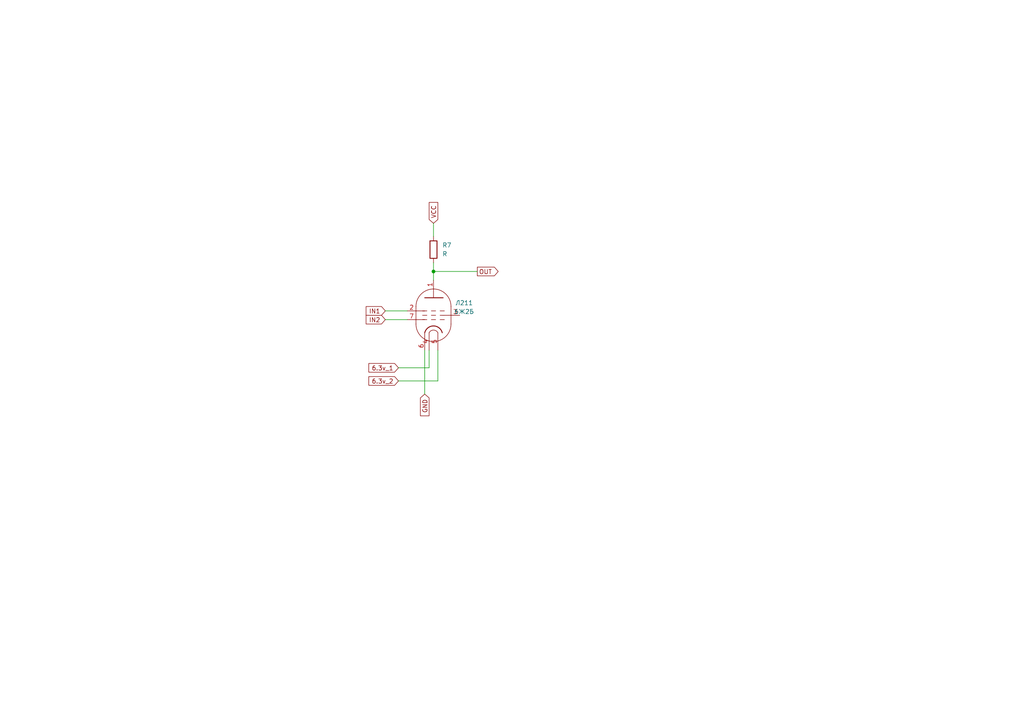
<source format=kicad_sch>
(kicad_sch
	(version 20231120)
	(generator "eeschema")
	(generator_version "8.0")
	(uuid "eac09bf4-5d46-4c76-a0c9-cd09a9f4df12")
	(paper "A4")
	(lib_symbols
		(symbol "Device:R"
			(pin_numbers hide)
			(pin_names
				(offset 0)
			)
			(exclude_from_sim no)
			(in_bom yes)
			(on_board yes)
			(property "Reference" "R"
				(at 2.032 0 90)
				(effects
					(font
						(size 1.27 1.27)
					)
				)
			)
			(property "Value" "R"
				(at 0 0 90)
				(effects
					(font
						(size 1.27 1.27)
					)
				)
			)
			(property "Footprint" ""
				(at -1.778 0 90)
				(effects
					(font
						(size 1.27 1.27)
					)
					(hide yes)
				)
			)
			(property "Datasheet" "~"
				(at 0 0 0)
				(effects
					(font
						(size 1.27 1.27)
					)
					(hide yes)
				)
			)
			(property "Description" "Resistor"
				(at 0 0 0)
				(effects
					(font
						(size 1.27 1.27)
					)
					(hide yes)
				)
			)
			(property "ki_keywords" "R res resistor"
				(at 0 0 0)
				(effects
					(font
						(size 1.27 1.27)
					)
					(hide yes)
				)
			)
			(property "ki_fp_filters" "R_*"
				(at 0 0 0)
				(effects
					(font
						(size 1.27 1.27)
					)
					(hide yes)
				)
			)
			(symbol "R_0_1"
				(rectangle
					(start -1.016 -2.54)
					(end 1.016 2.54)
					(stroke
						(width 0.254)
						(type default)
					)
					(fill
						(type none)
					)
				)
			)
			(symbol "R_1_1"
				(pin passive line
					(at 0 3.81 270)
					(length 1.27)
					(name "~"
						(effects
							(font
								(size 1.27 1.27)
							)
						)
					)
					(number "1"
						(effects
							(font
								(size 1.27 1.27)
							)
						)
					)
				)
				(pin passive line
					(at 0 -3.81 90)
					(length 1.27)
					(name "~"
						(effects
							(font
								(size 1.27 1.27)
							)
						)
					)
					(number "2"
						(effects
							(font
								(size 1.27 1.27)
							)
						)
					)
				)
			)
		)
		(symbol "vacuum_tube:6Ж2Б"
			(pin_names
				(offset 0) hide)
			(exclude_from_sim no)
			(in_bom yes)
			(on_board yes)
			(property "Reference" "Л"
				(at 3.302 7.874 0)
				(effects
					(font
						(size 1.27 1.27)
					)
				)
			)
			(property "Value" "6Ж2Б"
				(at 8.89 -7.62 0)
				(effects
					(font
						(size 1.27 1.27)
					)
				)
			)
			(property "Footprint" ""
				(at 6.858 -10.16 0)
				(effects
					(font
						(size 1.27 1.27)
					)
					(hide yes)
				)
			)
			(property "Datasheet" ""
				(at 0 0 0)
				(effects
					(font
						(size 1.27 1.27)
					)
					(hide yes)
				)
			)
			(property "Description" "Pentode"
				(at 0 0 0)
				(effects
					(font
						(size 1.27 1.27)
					)
					(hide yes)
				)
			)
			(property "ki_keywords" "pentode valve"
				(at 0 0 0)
				(effects
					(font
						(size 1.27 1.27)
					)
					(hide yes)
				)
			)
			(property "ki_fp_filters" "VALVE*NOVAL*P*"
				(at 0 0 0)
				(effects
					(font
						(size 1.27 1.27)
					)
					(hide yes)
				)
			)
			(symbol "6Ж2Б_0_1"
				(arc
					(start -5.08 -2.54)
					(mid 0 -7.5979)
					(end 5.08 -2.54)
					(stroke
						(width 0)
						(type default)
					)
					(fill
						(type none)
					)
				)
				(polyline
					(pts
						(xy 5.08 2.54) (xy 5.08 -2.54)
					)
					(stroke
						(width 0)
						(type default)
					)
					(fill
						(type none)
					)
				)
				(polyline
					(pts
						(xy -5.08 2.54) (xy -5.08 -2.54) (xy -5.08 -2.54)
					)
					(stroke
						(width 0)
						(type default)
					)
					(fill
						(type none)
					)
				)
				(arc
					(start 5.08 2.54)
					(mid 0 7.5979)
					(end -5.08 2.54)
					(stroke
						(width 0)
						(type default)
					)
					(fill
						(type none)
					)
				)
			)
			(symbol "6Ж2Б_1_0"
				(polyline
					(pts
						(xy -2.54 -5.08) (xy -2.54 -7.62)
					)
					(stroke
						(width 0)
						(type default)
					)
					(fill
						(type none)
					)
				)
				(polyline
					(pts
						(xy 0 5.08) (xy 0 7.62)
					)
					(stroke
						(width 0)
						(type default)
					)
					(fill
						(type none)
					)
				)
			)
			(symbol "6Ж2Б_1_1"
				(polyline
					(pts
						(xy -5.08 -1.27) (xy -2.54 -1.27)
					)
					(stroke
						(width 0)
						(type default)
					)
					(fill
						(type none)
					)
				)
				(polyline
					(pts
						(xy -5.08 1.27) (xy -2.54 1.27)
					)
					(stroke
						(width 0)
						(type default)
					)
					(fill
						(type none)
					)
				)
				(polyline
					(pts
						(xy -1.905 -1.27) (xy -3.175 -1.27)
					)
					(stroke
						(width 0.1524)
						(type default)
					)
					(fill
						(type none)
					)
				)
				(polyline
					(pts
						(xy -1.905 0) (xy -3.175 0)
					)
					(stroke
						(width 0.1524)
						(type default)
					)
					(fill
						(type none)
					)
				)
				(polyline
					(pts
						(xy -1.905 1.27) (xy -3.175 1.27)
					)
					(stroke
						(width 0.1524)
						(type default)
					)
					(fill
						(type none)
					)
				)
				(polyline
					(pts
						(xy -0.635 -1.27) (xy 0.635 -1.27)
					)
					(stroke
						(width 0.1524)
						(type default)
					)
					(fill
						(type none)
					)
				)
				(polyline
					(pts
						(xy -0.635 0) (xy 0.635 0)
					)
					(stroke
						(width 0.1524)
						(type default)
					)
					(fill
						(type none)
					)
				)
				(polyline
					(pts
						(xy -0.635 1.27) (xy 0.635 1.27)
					)
					(stroke
						(width 0.1524)
						(type default)
					)
					(fill
						(type none)
					)
				)
				(polyline
					(pts
						(xy 1.905 -1.27) (xy 3.175 -1.27)
					)
					(stroke
						(width 0.1524)
						(type default)
					)
					(fill
						(type none)
					)
				)
				(polyline
					(pts
						(xy 1.905 0) (xy 3.175 0)
					)
					(stroke
						(width 0.1524)
						(type default)
					)
					(fill
						(type none)
					)
				)
				(polyline
					(pts
						(xy 1.905 1.27) (xy 3.175 1.27)
					)
					(stroke
						(width 0.1524)
						(type default)
					)
					(fill
						(type none)
					)
				)
				(polyline
					(pts
						(xy 2.54 0) (xy 5.08 0)
					)
					(stroke
						(width 0)
						(type default)
					)
					(fill
						(type none)
					)
				)
				(polyline
					(pts
						(xy -2.54 5.08) (xy 2.794 5.08) (xy 2.794 5.08)
					)
					(stroke
						(width 0.254)
						(type default)
					)
					(fill
						(type none)
					)
				)
				(arc
					(start 1.27 -5.08)
					(mid 0 -4.2951)
					(end -1.27 -5.08)
					(stroke
						(width 0)
						(type default)
					)
					(fill
						(type none)
					)
				)
				(arc
					(start 2.54 -5.08)
					(mid 0 -3.0968)
					(end -2.54 -5.08)
					(stroke
						(width 0.254)
						(type default)
					)
					(fill
						(type none)
					)
				)
				(pin output line
					(at 0 10.16 270)
					(length 2.54)
					(name "A"
						(effects
							(font
								(size 1.27 1.27)
							)
						)
					)
					(number "1"
						(effects
							(font
								(size 1.27 1.27)
							)
						)
					)
				)
				(pin input line
					(at -7.62 1.27 0)
					(length 2.54)
					(name "G3"
						(effects
							(font
								(size 1.27 1.27)
							)
						)
					)
					(number "2"
						(effects
							(font
								(size 1.27 1.27)
							)
						)
					)
				)
				(pin input line
					(at 7.62 0 180)
					(length 2.54)
					(name "G"
						(effects
							(font
								(size 1.27 1.27)
							)
						)
					)
					(number "3"
						(effects
							(font
								(size 1.27 1.27)
							)
						)
					)
				)
				(pin power_in line
					(at -1.27 -10.16 90)
					(length 5.08)
					(name "F1"
						(effects
							(font
								(size 1.27 1.27)
							)
						)
					)
					(number "4"
						(effects
							(font
								(size 1.27 1.27)
							)
						)
					)
				)
				(pin power_in line
					(at 1.27 -10.16 90)
					(length 5.08)
					(name "F1"
						(effects
							(font
								(size 1.27 1.27)
							)
						)
					)
					(number "5"
						(effects
							(font
								(size 1.27 1.27)
							)
						)
					)
				)
				(pin bidirectional line
					(at -2.54 -10.16 90)
					(length 2.54)
					(name "K"
						(effects
							(font
								(size 1.27 1.27)
							)
						)
					)
					(number "6"
						(effects
							(font
								(size 1.27 1.27)
							)
						)
					)
				)
				(pin input line
					(at -7.62 -1.27 0)
					(length 2.54)
					(name "G1"
						(effects
							(font
								(size 1.27 1.27)
							)
						)
					)
					(number "7"
						(effects
							(font
								(size 1.27 1.27)
							)
						)
					)
				)
			)
		)
	)
	(junction
		(at 125.73 78.74)
		(diameter 0)
		(color 0 0 0 0)
		(uuid "4ace79f1-de56-450c-aaea-0eb528cf1998")
	)
	(wire
		(pts
			(xy 125.73 78.74) (xy 138.43 78.74)
		)
		(stroke
			(width 0)
			(type default)
		)
		(uuid "4a4a27b5-868c-4284-b45d-0e64d08edcb0")
	)
	(wire
		(pts
			(xy 125.73 76.2) (xy 125.73 78.74)
		)
		(stroke
			(width 0)
			(type default)
		)
		(uuid "5345ea13-7492-47dd-a9c8-f97eeaa8d617")
	)
	(wire
		(pts
			(xy 125.73 78.74) (xy 125.73 81.28)
		)
		(stroke
			(width 0)
			(type default)
		)
		(uuid "56996da4-7c27-4feb-8b12-1c8ae2ef1572")
	)
	(wire
		(pts
			(xy 127 110.49) (xy 127 101.6)
		)
		(stroke
			(width 0)
			(type default)
		)
		(uuid "666d8f33-1e05-4eb8-8337-da8b5493b5e1")
	)
	(wire
		(pts
			(xy 125.73 64.77) (xy 125.73 68.58)
		)
		(stroke
			(width 0)
			(type default)
		)
		(uuid "7002d244-a7b5-4f7e-b1ce-a7b93a482014")
	)
	(wire
		(pts
			(xy 111.76 90.17) (xy 118.11 90.17)
		)
		(stroke
			(width 0)
			(type default)
		)
		(uuid "909cd80c-859a-433e-8f14-482dfcc52488")
	)
	(wire
		(pts
			(xy 111.76 92.71) (xy 118.11 92.71)
		)
		(stroke
			(width 0)
			(type default)
		)
		(uuid "992640b4-d250-4cdc-a675-0dd30ac046cc")
	)
	(wire
		(pts
			(xy 124.46 106.68) (xy 124.46 101.6)
		)
		(stroke
			(width 0)
			(type default)
		)
		(uuid "cf711e6f-2205-4b32-a624-718c91a90742")
	)
	(wire
		(pts
			(xy 115.57 110.49) (xy 127 110.49)
		)
		(stroke
			(width 0)
			(type default)
		)
		(uuid "d0dd5196-5900-4760-a9e8-9c1be277e739")
	)
	(wire
		(pts
			(xy 123.19 101.6) (xy 123.19 114.3)
		)
		(stroke
			(width 0)
			(type default)
		)
		(uuid "d40fb06d-5d9d-4f9c-bbdd-bdfaa34e86b4")
	)
	(wire
		(pts
			(xy 115.57 106.68) (xy 124.46 106.68)
		)
		(stroke
			(width 0)
			(type default)
		)
		(uuid "e23a9dcb-7a4c-435d-adce-d47ce7a7b403")
	)
	(global_label "6.3v_2"
		(shape input)
		(at 115.57 110.49 180)
		(fields_autoplaced yes)
		(effects
			(font
				(size 1.27 1.27)
			)
			(justify right)
		)
		(uuid "598b5707-97f9-44ab-9c09-7f378d2168fa")
		(property "Intersheetrefs" "${INTERSHEET_REFS}"
			(at 106.4957 110.49 0)
			(effects
				(font
					(size 1.27 1.27)
				)
				(justify right)
				(hide yes)
			)
		)
	)
	(global_label "6.3v_1"
		(shape input)
		(at 115.57 106.68 180)
		(fields_autoplaced yes)
		(effects
			(font
				(size 1.27 1.27)
			)
			(justify right)
		)
		(uuid "5a553611-789f-4054-9e6c-431df873dd6d")
		(property "Intersheetrefs" "${INTERSHEET_REFS}"
			(at 106.4957 106.68 0)
			(effects
				(font
					(size 1.27 1.27)
				)
				(justify right)
				(hide yes)
			)
		)
	)
	(global_label "OUT"
		(shape output)
		(at 138.43 78.74 0)
		(fields_autoplaced yes)
		(effects
			(font
				(size 1.27 1.27)
			)
			(justify left)
		)
		(uuid "9d3651e1-33ee-46be-981d-4ef2f6ce4ee7")
		(property "Intersheetrefs" "${INTERSHEET_REFS}"
			(at 144.9644 78.74 0)
			(effects
				(font
					(size 1.27 1.27)
				)
				(justify left)
				(hide yes)
			)
		)
	)
	(global_label "VCC"
		(shape input)
		(at 125.73 64.77 90)
		(fields_autoplaced yes)
		(effects
			(font
				(size 1.27 1.27)
			)
			(justify left)
		)
		(uuid "acc11abf-f74e-4134-9921-7ddacc1e7f38")
		(property "Intersheetrefs" "${INTERSHEET_REFS}"
			(at 125.73 58.2356 90)
			(effects
				(font
					(size 1.27 1.27)
				)
				(justify left)
				(hide yes)
			)
		)
	)
	(global_label "IN2"
		(shape input)
		(at 111.76 92.71 180)
		(fields_autoplaced yes)
		(effects
			(font
				(size 1.27 1.27)
			)
			(justify right)
		)
		(uuid "e2da3b83-ad51-4073-a292-dd2e7402daa7")
		(property "Intersheetrefs" "${INTERSHEET_REFS}"
			(at 105.63 92.71 0)
			(effects
				(font
					(size 1.27 1.27)
				)
				(justify right)
				(hide yes)
			)
		)
	)
	(global_label "GND"
		(shape input)
		(at 123.19 114.3 270)
		(fields_autoplaced yes)
		(effects
			(font
				(size 1.27 1.27)
			)
			(justify right)
		)
		(uuid "e559b937-eb8b-4a5d-aee7-7aa966ede604")
		(property "Intersheetrefs" "${INTERSHEET_REFS}"
			(at 123.19 121.0763 90)
			(effects
				(font
					(size 1.27 1.27)
				)
				(justify right)
				(hide yes)
			)
		)
	)
	(global_label "IN1"
		(shape input)
		(at 111.76 90.17 180)
		(fields_autoplaced yes)
		(effects
			(font
				(size 1.27 1.27)
			)
			(justify right)
		)
		(uuid "ebcedd54-e690-4e93-bfe8-c32db8fd4341")
		(property "Intersheetrefs" "${INTERSHEET_REFS}"
			(at 105.63 90.17 0)
			(effects
				(font
					(size 1.27 1.27)
				)
				(justify right)
				(hide yes)
			)
		)
	)
	(symbol
		(lib_id "vacuum_tube:6Ж2Б")
		(at 125.73 91.44 0)
		(unit 1)
		(exclude_from_sim no)
		(in_bom yes)
		(on_board yes)
		(dnp no)
		(fields_autoplaced yes)
		(uuid "3f876b11-b06a-44ca-9086-9e32c3321f07")
		(property "Reference" "Л211"
			(at 134.62 87.8586 0)
			(effects
				(font
					(size 1.27 1.27)
				)
			)
		)
		(property "Value" "6Ж2Б"
			(at 134.62 90.3986 0)
			(effects
				(font
					(size 1.27 1.27)
				)
			)
		)
		(property "Footprint" ""
			(at 132.588 101.6 0)
			(effects
				(font
					(size 1.27 1.27)
				)
				(hide yes)
			)
		)
		(property "Datasheet" ""
			(at 125.73 91.44 0)
			(effects
				(font
					(size 1.27 1.27)
				)
				(hide yes)
			)
		)
		(property "Description" ""
			(at 125.73 91.44 0)
			(effects
				(font
					(size 1.27 1.27)
				)
				(hide yes)
			)
		)
		(pin "1"
			(uuid "ebd04f2a-c66e-4497-8766-595efbf726f0")
		)
		(pin "2"
			(uuid "7cc564b3-4785-4900-9ec9-3120cf0166f1")
		)
		(pin "3"
			(uuid "b89c662c-8978-4227-a115-bc4261c6c2f0")
		)
		(pin "4"
			(uuid "3ddf51ed-1b38-40d4-9b68-34719d75d794")
		)
		(pin "5"
			(uuid "c517b467-836f-47fd-b06b-c23b3872d1b0")
		)
		(pin "6"
			(uuid "f21166b4-69b8-465b-8e81-74abfe46f804")
		)
		(pin "7"
			(uuid "de4ef9a2-6564-4b5a-9c61-a95588b1a64a")
		)
		(instances
			(project "logic"
				(path "/4a711068-a8e1-4e6b-a86d-5e6a0e1204d9/f89f96de-c217-47fb-b0cc-e6fd541ee8ce"
					(reference "Л211")
					(unit 1)
				)
			)
		)
	)
	(symbol
		(lib_id "Device:R")
		(at 125.73 72.39 0)
		(unit 1)
		(exclude_from_sim no)
		(in_bom yes)
		(on_board yes)
		(dnp no)
		(fields_autoplaced yes)
		(uuid "e0b2d241-0027-434f-af24-ad52211b5ef9")
		(property "Reference" "R7"
			(at 128.27 71.12 0)
			(effects
				(font
					(size 1.27 1.27)
				)
				(justify left)
			)
		)
		(property "Value" "R"
			(at 128.27 73.66 0)
			(effects
				(font
					(size 1.27 1.27)
				)
				(justify left)
			)
		)
		(property "Footprint" ""
			(at 123.952 72.39 90)
			(effects
				(font
					(size 1.27 1.27)
				)
				(hide yes)
			)
		)
		(property "Datasheet" "~"
			(at 125.73 72.39 0)
			(effects
				(font
					(size 1.27 1.27)
				)
				(hide yes)
			)
		)
		(property "Description" ""
			(at 125.73 72.39 0)
			(effects
				(font
					(size 1.27 1.27)
				)
				(hide yes)
			)
		)
		(pin "1"
			(uuid "1542f692-0ffb-4869-8336-09c8a559713e")
		)
		(pin "2"
			(uuid "893cd3bc-8a87-4e35-b8e1-7df1195574bb")
		)
		(instances
			(project "logic"
				(path "/4a711068-a8e1-4e6b-a86d-5e6a0e1204d9/f89f96de-c217-47fb-b0cc-e6fd541ee8ce"
					(reference "R7")
					(unit 1)
				)
			)
		)
	)
)

</source>
